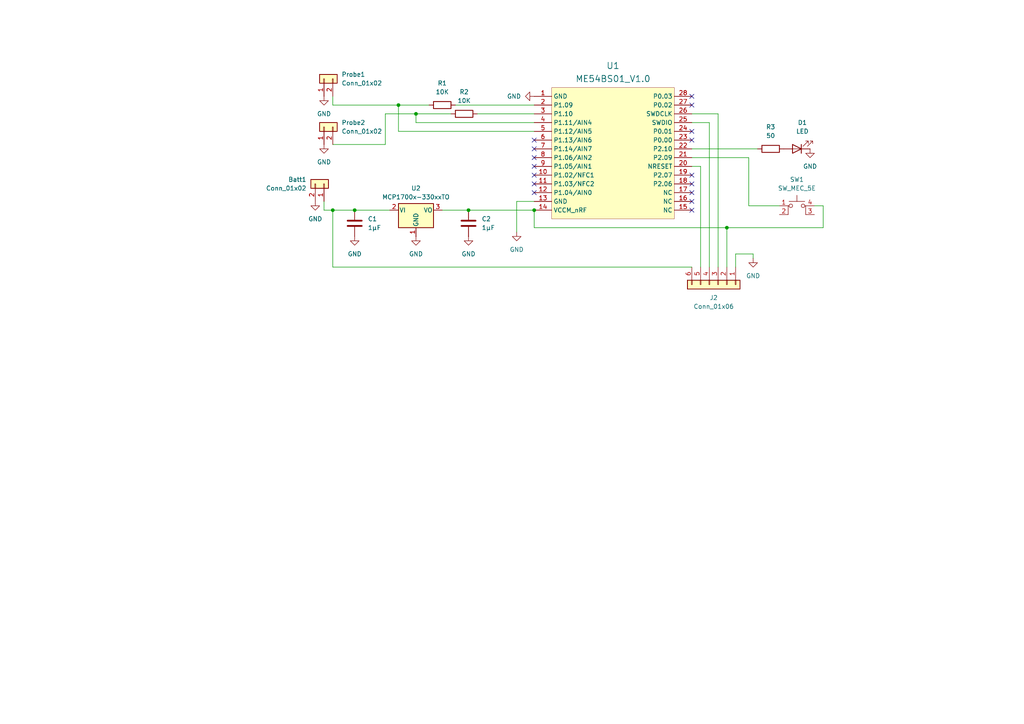
<source format=kicad_sch>
(kicad_sch (version 20250114) (generator "eeschema") (generator_version "9.0")
  (paper "A4")
  (lib_symbols
    (symbol "Connector_Generic:Conn_01x02" (pin_names (offset 1.016) (hide yes))
      (property "Reference" "J" (at 0 2.54 0))
      (property "Value" "Conn_01x02" (at 0 -5.08 0))
      (symbol "Conn_01x02_1_1"
        (rectangle (start -1.27 1.27) (end 1.27 -3.81) (stroke (width 0.254)) (fill (type background)))
        (rectangle (start -1.27 0.127) (end 0 -0.127) (stroke (width 0.1524)))
        (rectangle (start -1.27 -2.413) (end 0 -2.667) (stroke (width 0.1524)))
        (pin passive line (at -5.08 0 0) (length 3.81) (name "Pin_1") (number "1"))
        (pin passive line (at -5.08 -2.54 0) (length 3.81) (name "Pin_2") (number "2"))
      )
    )
    (symbol "Connector_Generic:Conn_01x06" (pin_names (offset 1.016) (hide yes))
      (property "Reference" "J" (at 0 7.62 0))
      (property "Value" "Conn_01x06" (at 0 -10.16 0))
      (symbol "Conn_01x06_1_1"
        (rectangle (start -1.27 6.35) (end 1.27 -8.89) (stroke (width 0.254)) (fill (type background)))
        (rectangle (start -1.27 5.207) (end 0 4.953) (stroke (width 0.1524)))
        (rectangle (start -1.27 2.667) (end 0 2.413) (stroke (width 0.1524)))
        (rectangle (start -1.27 0.127) (end 0 -0.127) (stroke (width 0.1524)))
        (rectangle (start -1.27 -2.413) (end 0 -2.667) (stroke (width 0.1524)))
        (rectangle (start -1.27 -4.953) (end 0 -5.207) (stroke (width 0.1524)))
        (rectangle (start -1.27 -7.493) (end 0 -7.747) (stroke (width 0.1524)))
        (pin passive line (at -5.08 5.08 0) (length 3.81) (name "Pin_1") (number "1"))
        (pin passive line (at -5.08 2.54 0) (length 3.81) (name "Pin_2") (number "2"))
        (pin passive line (at -5.08 0 0) (length 3.81) (name "Pin_3") (number "3"))
        (pin passive line (at -5.08 -2.54 0) (length 3.81) (name "Pin_4") (number "4"))
        (pin passive line (at -5.08 -5.08 0) (length 3.81) (name "Pin_5") (number "5"))
        (pin passive line (at -5.08 -7.62 0) (length 3.81) (name "Pin_6") (number "6"))
      )
    )
    (symbol "Device:C" (pin_numbers (hide yes)) (pin_names (offset 0.254))
      (property "Reference" "C" (at 0.635 2.54 0))
      (property "Value" "C" (at 0.635 -2.54 0))
      (symbol "C_0_1"
        (polyline (pts (xy -2.032 0.762) (xy 2.032 0.762)) (stroke (width 0.508)))
        (polyline (pts (xy -2.032 -0.762) (xy 2.032 -0.762)) (stroke (width 0.508)))
      )
      (symbol "C_1_1"
        (pin passive line (at 0 3.81 270) (length 2.794) (name "~") (number "1"))
        (pin passive line (at 0 -3.81 90) (length 2.794) (name "~") (number "2"))
      )
    )
    (symbol "Device:LED" (pin_numbers (hide yes)) (pin_names (offset 1.016) (hide yes))
      (property "Reference" "D" (at 0 2.54 0))
      (property "Value" "LED" (at 0 -2.54 0))
      (symbol "LED_0_1"
        (polyline (pts (xy -3.048 -0.762) (xy -4.572 -2.286) (xy -3.81 -2.286) (xy -4.572 -2.286) (xy -4.572 -1.524)))
        (polyline (pts (xy -1.778 -0.762) (xy -3.302 -2.286) (xy -2.54 -2.286) (xy -3.302 -2.286) (xy -3.302 -1.524)))
        (polyline (pts (xy -1.27 0) (xy 1.27 0)))
        (polyline (pts (xy -1.27 -1.27) (xy -1.27 1.27)) (stroke (width 0.254)))
        (polyline (pts (xy 1.27 -1.27) (xy 1.27 1.27) (xy -1.27 0) (xy 1.27 -1.27)) (stroke (width 0.254)))
      )
      (symbol "LED_1_1"
        (pin passive line (at -3.81 0 0) (length 2.54) (name "K") (number "1"))
        (pin passive line (at 3.81 0 180) (length 2.54) (name "A") (number "2"))
      )
    )
    (symbol "Device:R" (pin_numbers (hide yes)) (pin_names (offset 0))
      (property "Reference" "R" (at 2.032 0 90))
      (property "Value" "R" (at 0 0 90))
      (symbol "R_0_1"
        (rectangle (start -1.016 -2.54) (end 1.016 2.54) (stroke (width 0.254)))
      )
      (symbol "R_1_1"
        (pin passive line (at 0 3.81 270) (length 1.27) (name "~") (number "1"))
        (pin passive line (at 0 -3.81 90) (length 1.27) (name "~") (number "2"))
      )
    )
    (symbol "GND_1" (power) (pin_numbers (hide yes)) (pin_names (offset 0) (hide yes))
      (property "Value" "GND" (at 0 -3.81 0))
      (symbol "GND_1_0_1"
        (polyline (pts (xy 0 0) (xy 0 -1.27) (xy 1.27 -1.27) (xy 0 -2.54) (xy -1.27 -1.27) (xy 0 -1.27)))
      )
      (symbol "GND_1_1_1"
        (pin power_in line (at 0 0 270) (length 0) (name "~") (number "1"))
      )
    )
    (symbol "GND_2" (power) (pin_numbers (hide yes)) (pin_names (offset 0) (hide yes))
      (property "Value" "GND" (at 0 -3.81 0))
      (symbol "GND_2_0_1"
        (polyline (pts (xy 0 0) (xy 0 -1.27) (xy 1.27 -1.27) (xy 0 -2.54) (xy -1.27 -1.27) (xy 0 -1.27)))
      )
      (symbol "GND_2_1_1"
        (pin power_in line (at 0 0 270) (length 0) (name "~") (number "1"))
      )
    )
    (symbol "GND_3" (power) (pin_numbers (hide yes)) (pin_names (offset 0) (hide yes))
      (property "Value" "GND" (at 0 -3.81 0))
      (symbol "GND_3_0_1"
        (polyline (pts (xy 0 0) (xy 0 -1.27) (xy 1.27 -1.27) (xy 0 -2.54) (xy -1.27 -1.27) (xy 0 -1.27)))
      )
      (symbol "GND_3_1_1"
        (pin power_in line (at 0 0 270) (length 0) (name "~") (number "1"))
      )
    )
    (symbol "GND_4" (power) (pin_numbers (hide yes)) (pin_names (offset 0) (hide yes))
      (property "Value" "GND" (at 0 -3.81 0))
      (symbol "GND_4_0_1"
        (polyline (pts (xy 0 0) (xy 0 -1.27) (xy 1.27 -1.27) (xy 0 -2.54) (xy -1.27 -1.27) (xy 0 -1.27)))
      )
      (symbol "GND_4_1_1"
        (pin power_in line (at 0 0 270) (length 0) (name "~") (number "1"))
      )
    )
    (symbol "GND_5" (power) (pin_numbers (hide yes)) (pin_names (offset 0) (hide yes))
      (property "Value" "GND" (at 0 -3.81 0))
      (symbol "GND_5_0_1"
        (polyline (pts (xy 0 0) (xy 0 -1.27) (xy 1.27 -1.27) (xy 0 -2.54) (xy -1.27 -1.27) (xy 0 -1.27)))
      )
      (symbol "GND_5_1_1"
        (pin power_in line (at 0 0 270) (length 0) (name "~") (number "1"))
      )
    )
    (symbol "ME54BS01-1Y15TI:ME54BS01_V1.0"
      (property "Reference" "U" (at -1.27 1.27 0))
      (property "Value" "ME54BS01_V1.0" (at -1.27 -3.81 0))
      (symbol "ME54BS01_V1.0_1_0"
        (rectangle (start 35.56 38.1) (end 0 0) (stroke (width 0.0254) (color 128 0 0 1)) (fill (type background)))
        (pin passive line (at -5.08 35.56 0) (length 5.08) (name "GND") (number "1"))
        (pin passive line (at -5.08 33.02 0) (length 5.08) (name "P1.09") (number "2"))
        (pin passive line (at -5.08 30.48 0) (length 5.08) (name "P1.10") (number "3"))
        (pin passive line (at -5.08 27.94 0) (length 5.08) (name "P1.11/AIN4") (number "4"))
        (pin passive line (at -5.08 25.4 0) (length 5.08) (name "P1.12/AIN5") (number "5"))
        (pin passive line (at -5.08 22.86 0) (length 5.08) (name "P1.13/AIN6") (number "6"))
        (pin passive line (at -5.08 20.32 0) (length 5.08) (name "P1.14/AIN7") (number "7"))
        (pin passive line (at -5.08 17.78 0) (length 5.08) (name "P1.06/AIN2") (number "8"))
        (pin passive line (at -5.08 15.24 0) (length 5.08) (name "P1.05/AIN1") (number "9"))
        (pin passive line (at -5.08 12.7 0) (length 5.08) (name "P1.02/NFC1") (number "10"))
        (pin passive line (at -5.08 10.16 0) (length 5.08) (name "P1.03/NFC2") (number "11"))
        (pin passive line (at -5.08 7.62 0) (length 5.08) (name "P1.04/AIN0") (number "12"))
        (pin passive line (at -5.08 5.08 0) (length 5.08) (name "GND") (number "13"))
        (pin passive line (at -5.08 2.54 0) (length 5.08) (name "VCCM_nRF") (number "14"))
        (pin passive line (at 40.64 35.56 180) (length 5.08) (name "P0.03") (number "28"))
        (pin passive line (at 40.64 33.02 180) (length 5.08) (name "P0.02") (number "27"))
        (pin passive line (at 40.64 30.48 180) (length 5.08) (name "SWDCLK") (number "26"))
        (pin passive line (at 40.64 27.94 180) (length 5.08) (name "SWDIO") (number "25"))
        (pin passive line (at 40.64 25.4 180) (length 5.08) (name "P0.01") (number "24"))
        (pin passive line (at 40.64 22.86 180) (length 5.08) (name "P0.00") (number "23"))
        (pin passive line (at 40.64 20.32 180) (length 5.08) (name "P2.10") (number "22"))
        (pin passive line (at 40.64 17.78 180) (length 5.08) (name "P2.09") (number "21"))
        (pin passive line (at 40.64 15.24 180) (length 5.08) (name "NRESET") (number "20"))
        (pin passive line (at 40.64 12.7 180) (length 5.08) (name "P2.07") (number "19"))
        (pin passive line (at 40.64 10.16 180) (length 5.08) (name "P2.06") (number "18"))
        (pin passive line (at 40.64 7.62 180) (length 5.08) (name "NC") (number "17"))
        (pin passive line (at 40.64 5.08 180) (length 5.08) (name "NC") (number "16"))
        (pin passive line (at 40.64 2.54 180) (length 5.08) (name "NC") (number "15"))
      )
    )
    (symbol "Regulator_Linear:MCP1700x-330xxTO" (pin_names (offset 0.254))
      (property "Reference" "U" (at -3.81 -3.175 0))
      (property "Value" "MCP1700x-330xxTO" (at 0 -3.175 0))
      (symbol "MCP1700x-330xxTO_0_1"
        (rectangle (start -5.08 5.08) (end 5.08 -1.905) (stroke (width 0.254)) (fill (type background)))
      )
      (symbol "MCP1700x-330xxTO_1_1"
        (pin power_in line (at -7.62 0 0) (length 2.54) (name "VI") (number "2"))
        (pin power_in line (at 0 7.62 270) (length 2.54) (name "GND") (number "1"))
        (pin power_out line (at 7.62 0 180) (length 2.54) (name "VO") (number "3"))
      )
    )
    (symbol "Switch:SW_MEC_5E" (pin_names (offset 1.016) (hide yes))
      (property "Reference" "SW" (at 0.635 5.715 0))
      (property "Value" "SW_MEC_5E" (at 0 -3.175 0))
      (symbol "SW_MEC_5E_0_1"
        (polyline (pts (xy -2.54 0) (xy -2.54 2.54) (xy -2.286 2.54)))
        (polyline (pts (xy -2.286 3.81) (xy 2.286 3.81)))
        (circle (center -1.778 2.54) (radius 0.508))
        (polyline (pts (xy 0 3.81) (xy 0 5.588)))
        (circle (center 1.778 2.54) (radius 0.508))
        (polyline (pts (xy 2.54 0) (xy 2.54 2.54) (xy 2.286 2.54)))
        (pin passive line (at -5.08 2.54 0) (length 2.54) (name "1") (number "1"))
        (pin passive line (at -5.08 0 0) (length 2.54) (name "2") (number "2"))
        (pin passive line (at 5.08 2.54 180) (length 2.54) (name "A") (number "4"))
        (pin passive line (at 5.08 0 180) (length 2.54) (name "K") (number "3"))
      )
    )
    (symbol "power:GND" (power) (pin_names (offset 0))
      (property "Value" "GND" (at 0 -3.81 0))
      (symbol "GND_0_1"
        (polyline (pts (xy 0 0) (xy 0 -1.27) (xy 1.27 -1.27) (xy 0 -2.54) (xy -1.27 -1.27) (xy 0 -1.27)))
      )
      (symbol "GND_1_1"
        (pin power_in line (at 0 0 270) (length 0) (hide yes) (name "GND") (number "1"))
      )
    )
  )
  (junction (at 154.94 60.96))
  (junction (at 115.57 30.48))
  (junction (at 102.87 60.96))
  (junction (at 96.52 60.96))
  (junction (at 135.89 60.96))
  (junction (at 120.65 33.02))
  (junction (at 210.82 66.04))
  (no_connect (at 200.66 53.34))
  (no_connect (at 154.94 45.72))
  (no_connect (at 200.66 38.1))
  (no_connect (at 200.66 27.94))
  (no_connect (at 154.94 48.26))
  (no_connect (at 154.94 40.64))
  (no_connect (at 200.66 30.48))
  (no_connect (at 154.94 53.34))
  (no_connect (at 200.66 60.96))
  (no_connect (at 200.66 50.8))
  (no_connect (at 154.94 43.18))
  (no_connect (at 154.94 55.88))
  (no_connect (at 154.94 50.8))
  (no_connect (at 200.66 40.64))
  (no_connect (at 200.66 58.42))
  (no_connect (at 200.66 55.88))
  (wire (pts (xy 93.98 60.96) (xy 96.52 60.96)))
  (wire (pts (xy 217.17 45.72) (xy 217.17 59.69)))
  (wire (pts (xy 120.65 33.02) (xy 111.76 33.02)))
  (wire (pts (xy 205.74 35.56) (xy 205.74 77.47)))
  (wire (pts (xy 217.17 59.69) (xy 226.06 59.69)))
  (wire (pts (xy 238.76 59.69) (xy 238.76 66.04)))
  (wire (pts (xy 213.36 73.66) (xy 218.44 73.66)))
  (wire (pts (xy 115.57 38.1) (xy 154.94 38.1)))
  (wire (pts (xy 111.76 33.02) (xy 111.76 41.91)))
  (wire (pts (xy 115.57 30.48) (xy 115.57 38.1)))
  (wire (pts (xy 200.66 77.47) (xy 96.52 77.47)))
  (wire (pts (xy 210.82 66.04) (xy 210.82 77.47)))
  (wire (pts (xy 93.98 58.42) (xy 93.98 60.96)))
  (wire (pts (xy 154.94 35.56) (xy 120.65 35.56)))
  (wire (pts (xy 132.08 30.48) (xy 154.94 30.48)))
  (wire (pts (xy 200.66 48.26) (xy 203.2 48.26)))
  (wire (pts (xy 130.81 33.02) (xy 120.65 33.02)))
  (wire (pts (xy 213.36 77.47) (xy 213.36 73.66)))
  (wire (pts (xy 200.66 43.18) (xy 219.71 43.18)))
  (wire (pts (xy 200.66 35.56) (xy 205.74 35.56)))
  (wire (pts (xy 128.27 60.96) (xy 135.89 60.96)))
  (wire (pts (xy 154.94 60.96) (xy 154.94 66.04)))
  (wire (pts (xy 111.76 41.91) (xy 96.52 41.91)))
  (wire (pts (xy 208.28 33.02) (xy 208.28 77.47)))
  (wire (pts (xy 210.82 66.04) (xy 238.76 66.04)))
  (wire (pts (xy 120.65 33.02) (xy 120.65 35.56)))
  (wire (pts (xy 149.86 58.42) (xy 149.86 67.31)))
  (wire (pts (xy 124.46 30.48) (xy 115.57 30.48)))
  (wire (pts (xy 200.66 45.72) (xy 217.17 45.72)))
  (wire (pts (xy 236.22 59.69) (xy 238.76 59.69)))
  (wire (pts (xy 138.43 33.02) (xy 154.94 33.02)))
  (wire (pts (xy 113.03 60.96) (xy 102.87 60.96)))
  (wire (pts (xy 96.52 27.94) (xy 96.52 30.48)))
  (wire (pts (xy 96.52 60.96) (xy 102.87 60.96)))
  (wire (pts (xy 218.44 73.66) (xy 218.44 74.93)))
  (wire (pts (xy 96.52 30.48) (xy 115.57 30.48)))
  (wire (pts (xy 96.52 77.47) (xy 96.52 60.96)))
  (wire (pts (xy 154.94 66.04) (xy 210.82 66.04)))
  (wire (pts (xy 200.66 33.02) (xy 208.28 33.02)))
  (wire (pts (xy 203.2 48.26) (xy 203.2 77.47)))
  (wire (pts (xy 154.94 58.42) (xy 149.86 58.42)))
  (wire (pts (xy 135.89 60.96) (xy 154.94 60.96)))
  (symbol (lib_name "GND_5") (lib_id "power:GND") (at 154.94 27.94 270) (unit 1)
    (property "Reference" "#PWR010" (effects (hide yes)))
    (property "Value" "GND" (at 151.13 27.9399 90) (effects (justify right)))
    (property "Description" "Power symbol creates a global label with name \"GND\" , ground" (effects (hide yes)))
  )
  (symbol (lib_id "Device:C") (at 102.87 64.77 0) (unit 1)
    (property "Reference" "C1" (at 106.68 63.4999 0) (effects (justify left)))
    (property "Value" "1µF" (at 106.68 66.0399 0) (effects (justify left)))
    (property "Footprint" "Capacitor_SMD:C_0805_2012Metric" (effects (hide yes)))
    (property "Description" "Unpolarized capacitor" (effects (hide yes)))
  )
  (symbol (lib_id "Switch:SW_MEC_5E") (at 231.14 62.23 0) (unit 1)
    (property "Reference" "SW1" (at 231.14 52.07 0))
    (property "Value" "SW_MEC_5E" (at 231.14 54.61 0))
    (property "Footprint" "TS02-66-55-BK-100-LCR-D:SW_TS02-66-55-BK-100-LCR-D" (effects (hide yes)))
    (property "Datasheet" "http://www.apem.com/int/index.php?controller=attachment&id_attachment=1371" (effects (hide yes)))
    (property "Description" "MEC 5E single pole normally-open tactile switch" (effects (hide yes)))
  )
  (symbol (lib_id "Connector_Generic:Conn_01x02") (at 93.98 22.86 90) (unit 1)
    (property "Reference" "Probe1" (at 99.06 21.5899 90) (effects (justify right)))
    (property "Value" "Conn_01x02" (at 99.06 24.1299 90) (effects (justify right)))
    (property "Footprint" "Connector_JST:JST_PH_S2B-PH-K_1x02_P2.00mm_Horizontal" (effects (hide yes)))
    (property "Description" "Generic connector, single row, 01x02, script generated (kicad-library-utils/schlib/autogen/connector/)" (effects (hide yes)))
  )
  (symbol (lib_id "Device:C") (at 135.89 64.77 0) (unit 1)
    (property "Reference" "C2" (at 139.7 63.4999 0) (effects (justify left)))
    (property "Value" "1µF" (at 139.7 66.0399 0) (effects (justify left)))
    (property "Footprint" "Capacitor_SMD:C_0805_2012Metric" (effects (hide yes)))
    (property "Description" "Unpolarized capacitor" (effects (hide yes)))
  )
  (symbol (lib_name "GND_3") (lib_id "power:GND") (at 102.87 68.58 0) (unit 1)
    (property "Reference" "#PWR08" (effects (hide yes)))
    (property "Value" "GND" (at 102.87 73.66 0))
    (property "Description" "Power symbol creates a global label with name \"GND\" , ground" (effects (hide yes)))
  )
  (symbol (lib_id "power:GND") (at 91.44 58.42 0) (unit 1)
    (property "Reference" "#PWR07" (effects (hide yes)))
    (property "Value" "GND" (at 91.44 63.5 0))
  )
  (symbol (lib_id "power:GND") (at 93.98 27.94 0) (unit 1)
    (property "Reference" "#PWR02" (effects (hide yes)))
    (property "Value" "GND" (at 93.98 33.02 0))
  )
  (symbol (lib_id "Connector_Generic:Conn_01x02") (at 93.98 36.83 90) (unit 1)
    (property "Reference" "Probe2" (at 99.06 35.5599 90) (effects (justify right)))
    (property "Value" "Conn_01x02" (at 99.06 38.0999 90) (effects (justify right)))
    (property "Footprint" "Connector_JST:JST_PH_S2B-PH-K_1x02_P2.00mm_Horizontal" (effects (hide yes)))
    (property "Description" "Generic connector, single row, 01x02, script generated (kicad-library-utils/schlib/autogen/connector/)" (effects (hide yes)))
  )
  (symbol (lib_name "GND_2") (lib_id "power:GND") (at 218.44 74.93 0) (unit 1)
    (property "Reference" "#PWR03" (effects (hide yes)))
    (property "Value" "GND" (at 218.44 80.01 0))
    (property "Description" "Power symbol creates a global label with name \"GND\" , ground" (effects (hide yes)))
  )
  (symbol (lib_id "Connector_Generic:Conn_01x02") (at 93.98 53.34 270) (mirror x) (unit 1)
    (property "Reference" "Batt1" (at 88.9 52.0699 90) (effects (justify right)))
    (property "Value" "Conn_01x02" (at 88.9 54.6099 90) (effects (justify right)))
    (property "Footprint" "Connector_JST:JST_PH_S2B-PH-K_1x02_P2.00mm_Horizontal" (effects (hide yes)))
    (property "Description" "Generic connector, single row, 01x02, script generated (kicad-library-utils/schlib/autogen/connector/)" (effects (hide yes)))
  )
  (symbol (lib_id "Device:R") (at 134.62 33.02 270) (unit 1)
    (property "Reference" "R2" (at 134.62 26.67 90))
    (property "Value" "10K" (at 134.62 29.21 90))
    (property "Footprint" "Resistor_SMD:R_0805_2012Metric_Pad1.20x1.40mm_HandSolder" (effects (hide yes)))
  )
  (symbol (lib_name "GND_1") (lib_id "power:GND") (at 234.95 43.18 0) (unit 1)
    (property "Reference" "#PWR01" (effects (hide yes)))
    (property "Value" "GND" (at 234.95 48.26 0))
    (property "Description" "Power symbol creates a global label with name \"GND\" , ground" (effects (hide yes)))
  )
  (symbol (lib_id "Device:LED") (at 231.14 43.18 180) (unit 1)
    (property "Reference" "D1" (at 232.7275 35.56 0))
    (property "Value" "LED" (at 232.7275 38.1 0))
    (property "Footprint" "LED_SMD:LED_0805_2012Metric" (effects (hide yes)))
    (property "Description" "Light emitting diode" (effects (hide yes)))
    (property "Sim.Pins" "1=K 2=A" (effects (hide yes)))
  )
  (symbol (lib_id "ME54BS01-1Y15TI:ME54BS01_V1.0") (at 160.02 63.5 0) (unit 1)
    (property "Reference" "U1" (at 177.8 19.05 0) (effects (font (size 1.8288 1.8288))))
    (property "Value" "ME54BS01_V1.0" (at 177.8 22.86 0) (effects (font (size 1.8288 1.8288))))
    (property "Footprint" "ME54BS01-1Y15TI:ME54BS01_V1.0" (effects (hide yes)))
    (property "Description" "ME54BS01_GBR_V1.0，ME54BS01_V1.0，23.2*17.4*0.6mm，109.0*137.9*0.6mm，5*5 有工艺边，FR-4 双面板，1OZ，沉金，过孔塞孔工艺，黑油白字，全测" (effects (hide yes)))
  )
  (symbol (lib_name "GND_3") (lib_id "power:GND") (at 135.89 68.58 0) (unit 1)
    (property "Reference" "#PWR09" (effects (hide yes)))
    (property "Value" "GND" (at 135.89 73.66 0))
    (property "Description" "Power symbol creates a global label with name \"GND\" , ground" (effects (hide yes)))
  )
  (symbol (lib_id "power:GND") (at 93.98 41.91 0) (unit 1)
    (property "Reference" "#PWR04" (effects (hide yes)))
    (property "Value" "GND" (at 93.98 46.99 0))
  )
  (symbol (lib_name "GND_3") (lib_id "power:GND") (at 120.65 68.58 0) (unit 1)
    (property "Reference" "#PWR05" (effects (hide yes)))
    (property "Value" "GND" (at 120.65 73.66 0))
    (property "Description" "Power symbol creates a global label with name \"GND\" , ground" (effects (hide yes)))
  )
  (symbol (lib_id "Regulator_Linear:MCP1700x-330xxTO") (at 120.65 60.96 0) (mirror x) (unit 1)
    (property "Reference" "U2" (at 120.65 54.61 0))
    (property "Value" "MCP1700x-330xxTO" (at 120.65 57.15 0))
    (property "Footprint" "Package_TO_SOT_SMD:SOT-23-3" (effects (hide yes)))
    (property "Datasheet" "http://ww1.microchip.com/downloads/en/DeviceDoc/20001826D.pdf" (effects (hide yes)))
    (property "Description" "250mA Low Quiscent Current LDO, 3.3V output, TO-92" (effects (hide yes)))
  )
  (symbol (lib_id "Connector_Generic:Conn_01x06") (at 208.28 82.55 270) (unit 1)
    (property "Reference" "J2" (at 207.01 86.36 90))
    (property "Value" "Conn_01x06" (at 207.01 88.9 90))
    (property "Footprint" "Connector_PinHeader_2.54mm:PinHeader_1x06_P2.54mm_Vertical" (effects (hide yes)))
    (property "Description" "Generic connector, single row, 01x06, script generated (kicad-library-utils/schlib/autogen/connector/)" (effects (hide yes)))
  )
  (symbol (lib_id "Device:R") (at 128.27 30.48 270) (unit 1)
    (property "Reference" "R1" (at 128.27 24.13 90))
    (property "Value" "10K" (at 128.27 26.67 90))
    (property "Footprint" "Resistor_SMD:R_0805_2012Metric_Pad1.20x1.40mm_HandSolder" (effects (hide yes)))
  )
  (symbol (lib_name "GND_4") (lib_id "power:GND") (at 149.86 67.31 0) (unit 1)
    (property "Reference" "#PWR06" (effects (hide yes)))
    (property "Value" "GND" (at 149.86 72.39 0))
    (property "Description" "Power symbol creates a global label with name \"GND\" , ground" (effects (hide yes)))
  )
  (symbol (lib_id "Device:R") (at 223.52 43.18 90) (unit 1)
    (property "Reference" "R3" (at 223.52 36.83 90))
    (property "Value" "50" (at 223.52 39.37 90))
    (property "Footprint" "Resistor_SMD:R_0805_2012Metric" (effects (hide yes)))
    (property "Description" "Resistor" (effects (hide yes)))
  )
)
</source>
